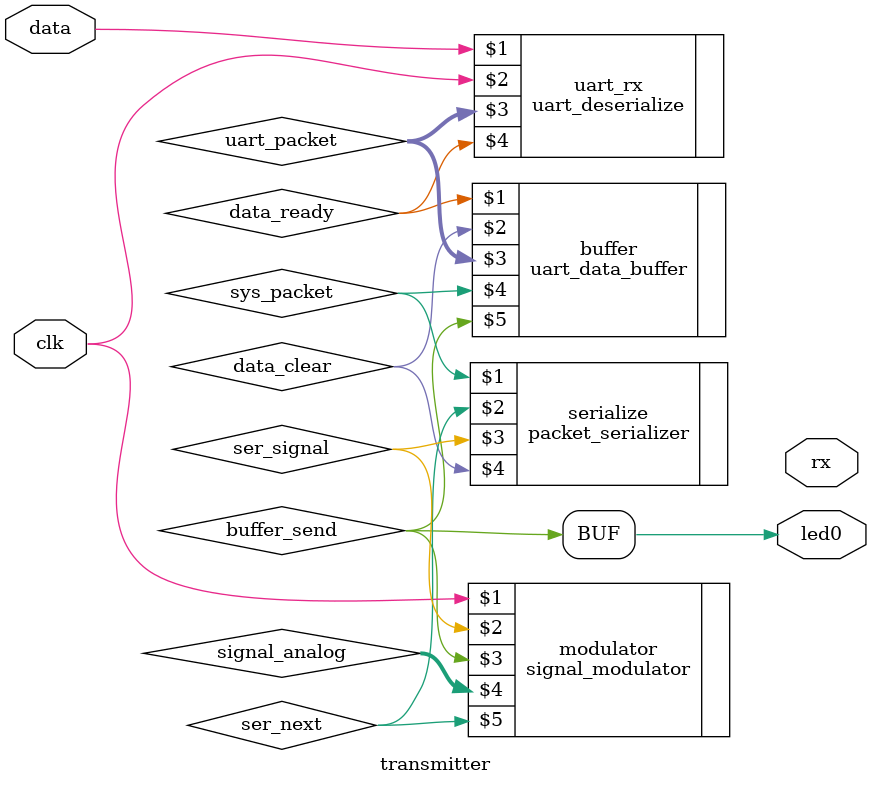
<source format=sv>
parameter DATA_WIDTH = 8;
parameter SINE_RESOLUTION = 8;
parameter WAVELENGTH = 16;
parameter SHIFT = 8;

parameter PACKET_SIZE = 184;

module transmitter
    (
        input wire clk,
        //input wire clk_baud,
        input wire data,
        output rx,
        output led0
    );
    reg [7:0] uart_packet;

    uart_deserialize uart_rx(data, clk, uart_packet, data_ready);
    uart_data_buffer buffer(data_ready, data_clear, uart_packet, sys_packet, buffer_send);
	reg [DATA_WIDTH-1:0] signal_analog;
	signal_modulator modulator(clk, ser_signal, buffer_send, signal_analog, ser_next);
    packet_serializer serialize(sys_packet, ser_next, ser_signal, data_clear);
    
    assign led0 = buffer_send;

endmodule
</source>
